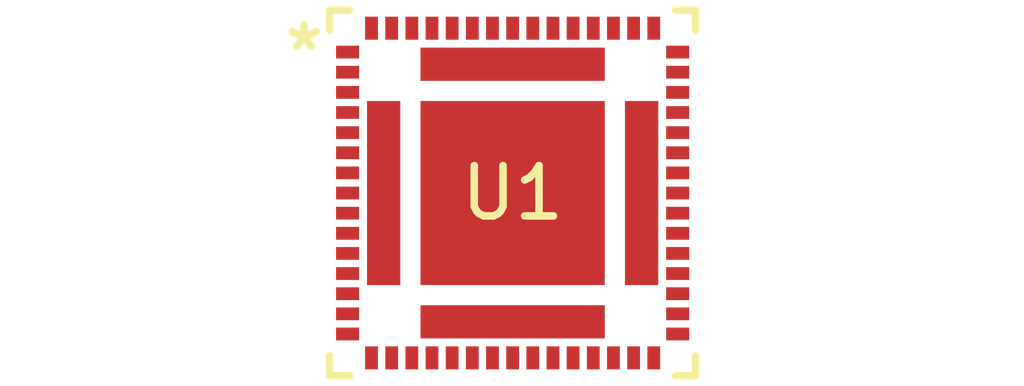
<source format=kicad_pcb>
(kicad_pcb (version 20240108) (generator "pcbnew") (generator_version "8.0")
  (layers (0 "F.Cu" signal) (1 "In1.Cu" signal) (2 "In2.Cu" signal) (31 "B.Cu" signal) (34 "B.Paste" user) (35 "F.Paste" user) (36 "B.SilkS" user "B.Silkscreen") (37 "F.SilkS" user "F.Silkscreen") (38 "B.Mask" user) (39 "F.Mask" user) (44 "Edge.Cuts" user))
  (net 0 "")
  (footprint "footprints:QFN_F60B-C24_XMO" (layer "F.Cu") (at 150.775051 60.74965)
    (property "Reference" "U1" (at 0 0 0) (layer "F.SilkS"))
    (property "Value" "XU316-1024-QF60B-C24")
    (fp_line (start -3.6322 -3.6322) (end -3.6322 -3.234213) (stroke (width 0.1524)) (layer "F.SilkS"))
    (fp_line (start -3.6322 3.234213) (end -3.6322 3.6322) (stroke (width 0.1524)) (layer "F.SilkS"))
    (fp_line (start -3.6322 3.6322) (end -3.234234 3.6322) (stroke (width 0.1524)) (layer "F.SilkS"))
    (fp_line (start -3.234234 -3.6322) (end -3.6322 -3.6322) (stroke (width 0.1524)) (layer "F.SilkS"))
    (fp_line (start 3.234234 3.6322) (end 3.6322 3.6322) (stroke (width 0.1524)) (layer "F.SilkS"))
    (fp_line (start 3.6322 -3.6322) (end 3.234234 -3.6322) (stroke (width 0.1524)) (layer "F.SilkS"))
    (fp_line (start 3.6322 -3.234213) (end 3.6322 -3.6322) (stroke (width 0.1524)) (layer "F.SilkS"))
    (fp_line (start 3.6322 3.6322) (end 3.6322 3.234213) (stroke (width 0.1524)) (layer "F.SilkS"))
    (fp_text user "*" (at -4.138549 -2.80035 0) (layer "F.SilkS"))
    (fp_text user "*" (at -4.138549 -2.80035 0) (layer "F.SilkS"))
    (pad "1" smd rect (at -3.274949 -2.80035) (size 0.4572 0.254) (layers "F.Cu" "F.Paste" "F.Mask"))
    (pad "2" smd rect (at -3.274949 -2.4003) (size 0.4572 0.254) (layers "F.Cu" "F.Paste" "F.Mask"))
    (pad "3" smd rect (at -3.274949 -2.00025) (size 0.4572 0.254) (layers "F.Cu" "F.Paste" "F.Mask"))
    (pad "4" smd rect (at -3.274949 -1.6002) (size 0.4572 0.254) (layers "F.Cu" "F.Paste" "F.Mask"))
    (pad "5" smd rect (at -3.274949 -1.20015) (size 0.4572 0.254) (layers "F.Cu" "F.Paste" "F.Mask"))
    (pad "6" smd rect (at -3.274949 -0.8001) (size 0.4572 0.254) (layers "F.Cu" "F.Paste" "F.Mask"))
    (pad "7" smd rect (at -3.274949 -0.40005) (size 0.4572 0.254) (layers "F.Cu" "F.Paste" "F.Mask"))
    (pad "8" smd rect (at -3.274949 0) (size 0.4572 0.254) (layers "F.Cu" "F.Paste" "F.Mask"))
    (pad "9" smd rect (at -3.274949 0.40005) (size 0.4572 0.254) (layers "F.Cu" "F.Paste" "F.Mask"))
    (pad "10" smd rect (at -3.274949 0.8001) (size 0.4572 0.254) (layers "F.Cu" "F.Paste" "F.Mask"))
    (pad "11" smd rect (at -3.274949 1.20015) (size 0.4572 0.254) (layers "F.Cu" "F.Paste" "F.Mask"))
    (pad "12" smd rect (at -3.274949 1.6002) (size 0.4572 0.254) (layers "F.Cu" "F.Paste" "F.Mask"))
    (pad "13" smd rect (at -3.274949 2.00025) (size 0.4572 0.254) (layers "F.Cu" "F.Paste" "F.Mask"))
    (pad "14" smd rect (at -3.274949 2.4003) (size 0.4572 0.254) (layers "F.Cu" "F.Paste" "F.Mask"))
    (pad "15" smd rect (at -3.274949 2.80035) (size 0.4572 0.254) (layers "F.Cu" "F.Paste" "F.Mask"))
    (pad "16" smd rect (at -2.80035 3.275 90) (size 0.4572 0.254) (layers "F.Cu" "F.Paste" "F.Mask"))
    (pad "17" smd rect (at -2.4003 3.275 90) (size 0.4572 0.254) (layers "F.Cu" "F.Paste" "F.Mask"))
    (pad "18" smd rect (at -2.00025 3.275 90) (size 0.4572 0.254) (layers "F.Cu" "F.Paste" "F.Mask"))
    (pad "19" smd rect (at -1.6002 3.275 90) (size 0.4572 0.254) (layers "F.Cu" "F.Paste" "F.Mask"))
    (pad "20" smd rect (at -1.20015 3.275 90) (size 0.4572 0.254) (layers "F.Cu" "F.Paste" "F.Mask"))
    (pad "21" smd rect (at -0.8001 3.275 90) (size 0.4572 0.254) (layers "F.Cu" "F.Paste" "F.Mask"))
    (pad "22" smd rect (at -0.40005 3.275 90) (size 0.4572 0.254) (layers "F.Cu" "F.Paste" "F.Mask"))
    (pad "23" smd rect (at 0 3.275 90) (size 0.4572 0.254) (layers "F.Cu" "F.Paste" "F.Mask"))
    (pad "24" smd rect (at 0.40005 3.275 90) (size 0.4572 0.254) (layers "F.Cu" "F.Paste" "F.Mask"))
    (pad "25" smd rect (at 0.8001 3.275 90) (size 0.4572 0.254) (layers "F.Cu" "F.Paste" "F.Mask"))
    (pad "26" smd rect (at 1.20015 3.275 90) (size 0.4572 0.254) (layers "F.Cu" "F.Paste" "F.Mask"))
    (pad "27" smd rect (at 1.6002 3.275 90) (size 0.4572 0.254) (layers "F.Cu" "F.Paste" "F.Mask"))
    (pad "28" smd rect (at 2.00025 3.275 90) (size 0.4572 0.254) (layers "F.Cu" "F.Paste" "F.Mask"))
    (pad "29" smd rect (at 2.4003 3.275 90) (size 0.4572 0.254) (layers "F.Cu" "F.Paste" "F.Mask"))
    (pad "30" smd rect (at 2.80035 3.275 90) (size 0.4572 0.254) (layers "F.Cu" "F.Paste" "F.Mask"))
    (pad "31" smd rect (at 3.274949 2.80035) (size 0.4572 0.254) (layers "F.Cu" "F.Paste" "F.Mask"))
    (pad "32" smd rect (at 3.274949 2.4003) (size 0.4572 0.254) (layers "F.Cu" "F.Paste" "F.Mask"))
    (pad "33" smd rect (at 3.274949 2.00025) (size 0.4572 0.254) (layers "F.Cu" "F.Paste" "F.Mask"))
    (pad "34" smd rect (at 3.274949 1.6002) (size 0.4572 0.254) (layers "F.Cu" "F.Paste" "F.Mask"))
    (pad "35" smd rect (at 3.274949 1.20015) (size 0.4572 0.254) (layers "F.Cu" "F.Paste" "F.Mask"))
    (pad "36" smd rect (at 3.274949 0.8001) (size 0.4572 0.254) (layers "F.Cu" "F.Paste" "F.Mask"))
    (pad "37" smd rect (at 3.274949 0.40005) (size 0.4572 0.254) (layers "F.Cu" "F.Paste" "F.Mask"))
    (pad "38" smd rect (at 3.274949 0) (size 0.4572 0.254) (layers "F.Cu" "F.Paste" "F.Mask"))
    (pad "39" smd rect (at 3.274949 -0.40005) (size 0.4572 0.254) (layers "F.Cu" "F.Paste" "F.Mask"))
    (pad "40" smd rect (at 3.274949 -0.8001) (size 0.4572 0.254) (layers "F.Cu" "F.Paste" "F.Mask"))
    (pad "41" smd rect (at 3.274949 -1.20015) (size 0.4572 0.254) (layers "F.Cu" "F.Paste" "F.Mask"))
    (pad "42" smd rect (at 3.274949 -1.6002) (size 0.4572 0.254) (layers "F.Cu" "F.Paste" "F.Mask"))
    (pad "43" smd rect (at 3.274949 -2.00025) (size 0.4572 0.254) (layers "F.Cu" "F.Paste" "F.Mask"))
    (pad "44" smd rect (at 3.274949 -2.4003) (size 0.4572 0.254) (layers "F.Cu" "F.Paste" "F.Mask"))
    (pad "45" smd rect (at 3.274949 -2.80035) (size 0.4572 0.254) (layers "F.Cu" "F.Paste" "F.Mask"))
    (pad "46" smd rect (at 2.80035 -3.275 90) (size 0.4572 0.254) (layers "F.Cu" "F.Paste" "F.Mask"))
    (pad "47" smd rect (at 2.4003 -3.275 90) (size 0.4572 0.254) (layers "F.Cu" "F.Paste" "F.Mask"))
    (pad "48" smd rect (at 2.00025 -3.275 90) (size 0.4572 0.254) (layers "F.Cu" "F.Paste" "F.Mask"))
    (pad "49" smd rect (at 1.6002 -3.275 90) (size 0.4572 0.254) (layers "F.Cu" "F.Paste" "F.Mask"))
    (pad "50" smd rect (at 1.20015 -3.275 90) (size 0.4572 0.254) (layers "F.Cu" "F.Paste" "F.Mask"))
    (pad "51" smd rect (at 0.8001 -3.275 90) (size 0.4572 0.254) (layers "F.Cu" "F.Paste" "F.Mask"))
    (pad "52" smd rect (at 0.40005 -3.275 90) (size 0.4572 0.254) (layers "F.Cu" "F.Paste" "F.Mask"))
    (pad "53" smd rect (at 0 -3.275 90) (size 0.4572 0.254) (layers "F.Cu" "F.Paste" "F.Mask"))
    (pad "54" smd rect (at -0.40005 -3.275 90) (size 0.4572 0.254) (layers "F.Cu" "F.Paste" "F.Mask"))
    (pad "55" smd rect (at -0.8001 -3.275 90) (size 0.4572 0.254) (layers "F.Cu" "F.Paste" "F.Mask"))
    (pad "56" smd rect (at -1.20015 -3.275 90) (size 0.4572 0.254) (layers "F.Cu" "F.Paste" "F.Mask"))
    (pad "57" smd rect (at -1.6002 -3.275 90) (size 0.4572 0.254) (layers "F.Cu" "F.Paste" "F.Mask"))
    (pad "58" smd rect (at -2.00025 -3.275 90) (size 0.4572 0.254) (layers "F.Cu" "F.Paste" "F.Mask"))
    (pad "59" smd rect (at -2.4003 -3.275 90) (size 0.4572 0.254) (layers "F.Cu" "F.Paste" "F.Mask"))
    (pad "60" smd rect (at -2.80035 -3.275 90) (size 0.4572 0.254) (layers "F.Cu" "F.Paste" "F.Mask"))
    (pad "61" smd rect (at -2.55905 0) (size 0.6604 3.6576) (layers "F.Cu" "F.Paste" "F.Mask"))
    (pad "62" smd rect (at 0 2.55905) (size 3.6576 0.6604) (layers "F.Cu" "F.Paste" "F.Mask"))
    (pad "63" smd rect (at 2.55905 0) (size 0.6604 3.6576) (layers "F.Cu" "F.Paste" "F.Mask"))
    (pad "64" smd rect (at 0 -2.55905) (size 3.6576 0.6604) (layers "F.Cu" "F.Paste" "F.Mask"))
    (pad "65" smd rect (at 0 0) (size 3.6576 3.6576) (layers "F.Cu" "F.Paste" "F.Mask"))
  )
)
</source>
